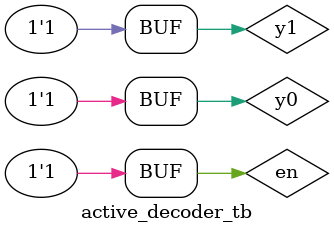
<source format=v>
module active_decoder(y0,y1,en,i0,i1,i2,i3);
input y0,y1,en;
output i0,i1,i2,i3;
wire y0not,y1not;
not n1(y0not,y0);
not n2(y1not,y1);
and a1(i0,y0not,y1not,en);
and a2(i1,y0not,y1,en);
and a3(i2,y0,y1not,en);
and a4(i3,y0,y1,en);
endmodule
module active_decoder_tb;
reg en,y0,y1;
wire i0,i1,i2,i3;
active_decoder a1(y0,y1,en,i0,i1,i2,i3);
initial
begin
    y0=1'b0; y1=1'b0; en=1'b1;
    $monitor("Time=%0t, y0=%b, y1=%b, en=%b, i0=%b, i1=%b, i2=%b, i3=%b", $time,y0,y1,en,i0,i1,i2,i3);
    #10 y0=1'b0; y1=1'b1; en=1'b1;
    #10 y0=1'b1; y1=1'b0; en=1'b1;
    #10 y0=1'b1; y1=1'b1; en=1'b1;
end
endmodule
</source>
